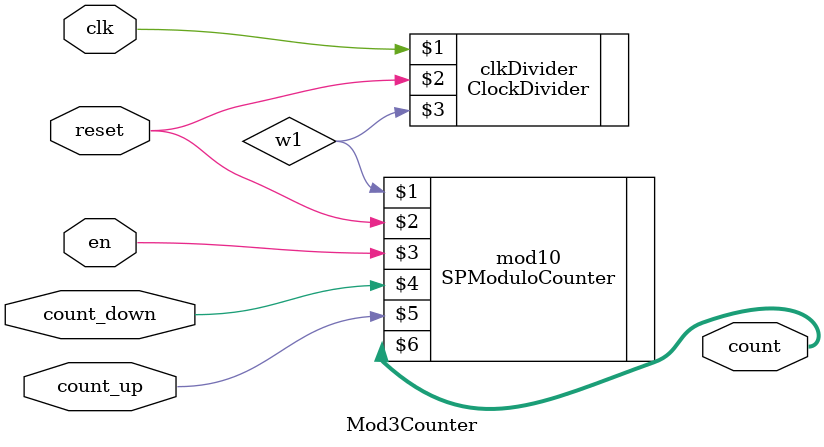
<source format=v>
`timescale 1ns / 1ps


module Mod6Counter(input clk, reset,en,count_down,count_up, output [2:0]count);
wire w1;
ClockDivider clkDivider(clk, reset, w1);
SPModuloCounter #(3,6) mod10(w1,reset,en,count_down,count_up,count);
endmodule

module Mod3Counter(input clk, reset,en,count_down,count_up, output [1:0]count);
wire w1;
ClockDivider clkDivider(clk, reset, w1);
SPModuloCounter #(2,3) mod10(w1,reset,en,count_down,count_up,count);
endmodule



</source>
